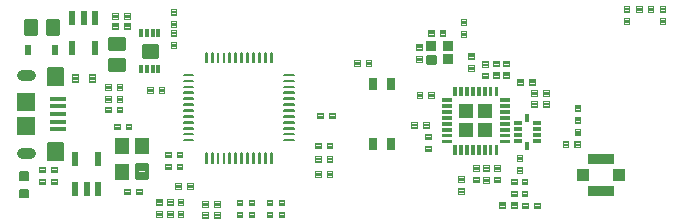
<source format=gtp>
G75*
%MOIN*%
%OFA0B0*%
%FSLAX24Y24*%
%IPPOS*%
%LPD*%
%AMOC8*
5,1,8,0,0,1.08239X$1,22.5*
%
%ADD10C,0.0047*%
%ADD11R,0.0374X0.0335*%
%ADD12C,0.0100*%
%ADD13C,0.0022*%
%ADD14R,0.0512X0.0512*%
%ADD15C,0.0074*%
%ADD16R,0.0470X0.0550*%
%ADD17C,0.0141*%
%ADD18R,0.0217X0.0472*%
%ADD19R,0.0248X0.0327*%
%ADD20C,0.0091*%
%ADD21R,0.0315X0.0118*%
%ADD22R,0.0118X0.0315*%
%ADD23C,0.0063*%
%ADD24R,0.0866X0.0335*%
%ADD25R,0.0413X0.0394*%
%ADD26R,0.0276X0.0394*%
%ADD27C,0.0107*%
%ADD28R,0.0118X0.0295*%
%ADD29R,0.0531X0.0157*%
%ADD30R,0.0610X0.0591*%
%ADD31C,0.0354*%
%ADD32C,0.0055*%
D10*
X009974Y005672D02*
X010164Y005672D01*
X009974Y005672D02*
X009974Y005862D01*
X010164Y005862D01*
X010164Y005672D01*
X010164Y005718D02*
X009974Y005718D01*
X009974Y005764D02*
X010164Y005764D01*
X010164Y005810D02*
X009974Y005810D01*
X009974Y005856D02*
X010164Y005856D01*
X010368Y005672D02*
X010558Y005672D01*
X010368Y005672D02*
X010368Y005862D01*
X010558Y005862D01*
X010558Y005672D01*
X010558Y005718D02*
X010368Y005718D01*
X010368Y005764D02*
X010558Y005764D01*
X010558Y005810D02*
X010368Y005810D01*
X010368Y005856D02*
X010558Y005856D01*
X010555Y006261D02*
X010365Y006261D01*
X010555Y006261D02*
X010555Y006071D01*
X010365Y006071D01*
X010365Y006261D01*
X010365Y006117D02*
X010555Y006117D01*
X010555Y006163D02*
X010365Y006163D01*
X010365Y006209D02*
X010555Y006209D01*
X010555Y006255D02*
X010365Y006255D01*
X010162Y006261D02*
X009972Y006261D01*
X010162Y006261D02*
X010162Y006071D01*
X009972Y006071D01*
X009972Y006261D01*
X009972Y006117D02*
X010162Y006117D01*
X010162Y006163D02*
X009972Y006163D01*
X009972Y006209D02*
X010162Y006209D01*
X010162Y006255D02*
X009972Y006255D01*
X012457Y007506D02*
X012647Y007506D01*
X012457Y007506D02*
X012457Y007696D01*
X012647Y007696D01*
X012647Y007506D01*
X012647Y007552D02*
X012457Y007552D01*
X012457Y007598D02*
X012647Y007598D01*
X012647Y007644D02*
X012457Y007644D01*
X012457Y007690D02*
X012647Y007690D01*
X012850Y007506D02*
X013040Y007506D01*
X012850Y007506D02*
X012850Y007696D01*
X013040Y007696D01*
X013040Y007506D01*
X013040Y007552D02*
X012850Y007552D01*
X012850Y007598D02*
X013040Y007598D01*
X013040Y007644D02*
X012850Y007644D01*
X012850Y007690D02*
X013040Y007690D01*
X012737Y008070D02*
X012547Y008070D01*
X012547Y008260D01*
X012737Y008260D01*
X012737Y008070D01*
X012737Y008116D02*
X012547Y008116D01*
X012547Y008162D02*
X012737Y008162D01*
X012737Y008208D02*
X012547Y008208D01*
X012547Y008254D02*
X012737Y008254D01*
X012737Y008420D02*
X012547Y008420D01*
X012547Y008610D01*
X012737Y008610D01*
X012737Y008420D01*
X012737Y008466D02*
X012547Y008466D01*
X012547Y008512D02*
X012737Y008512D01*
X012737Y008558D02*
X012547Y008558D01*
X012547Y008604D02*
X012737Y008604D01*
X012343Y008420D02*
X012153Y008420D01*
X012153Y008610D01*
X012343Y008610D01*
X012343Y008420D01*
X012343Y008466D02*
X012153Y008466D01*
X012153Y008512D02*
X012343Y008512D01*
X012343Y008558D02*
X012153Y008558D01*
X012153Y008604D02*
X012343Y008604D01*
X012343Y008070D02*
X012153Y008070D01*
X012153Y008260D01*
X012343Y008260D01*
X012343Y008070D01*
X012343Y008116D02*
X012153Y008116D01*
X012153Y008162D02*
X012343Y008162D01*
X012343Y008208D02*
X012153Y008208D01*
X012153Y008254D02*
X012343Y008254D01*
X013553Y008910D02*
X013743Y008910D01*
X013743Y008720D01*
X013553Y008720D01*
X013553Y008910D01*
X013553Y008766D02*
X013743Y008766D01*
X013743Y008812D02*
X013553Y008812D01*
X013553Y008858D02*
X013743Y008858D01*
X013743Y008904D02*
X013553Y008904D01*
X013947Y008910D02*
X014137Y008910D01*
X014137Y008720D01*
X013947Y008720D01*
X013947Y008910D01*
X013947Y008766D02*
X014137Y008766D01*
X014137Y008812D02*
X013947Y008812D01*
X013947Y008858D02*
X014137Y008858D01*
X014137Y008904D02*
X013947Y008904D01*
X012737Y009010D02*
X012547Y009010D01*
X012737Y009010D02*
X012737Y008820D01*
X012547Y008820D01*
X012547Y009010D01*
X012547Y008866D02*
X012737Y008866D01*
X012737Y008912D02*
X012547Y008912D01*
X012547Y008958D02*
X012737Y008958D01*
X012737Y009004D02*
X012547Y009004D01*
X012343Y009010D02*
X012153Y009010D01*
X012343Y009010D02*
X012343Y008820D01*
X012153Y008820D01*
X012153Y009010D01*
X012153Y008866D02*
X012343Y008866D01*
X012343Y008912D02*
X012153Y008912D01*
X012153Y008958D02*
X012343Y008958D01*
X012343Y009004D02*
X012153Y009004D01*
X011831Y009349D02*
X011641Y009349D01*
X011831Y009349D02*
X011831Y009081D01*
X011641Y009081D01*
X011641Y009349D01*
X011641Y009127D02*
X011831Y009127D01*
X011831Y009173D02*
X011641Y009173D01*
X011641Y009219D02*
X011831Y009219D01*
X011831Y009265D02*
X011641Y009265D01*
X011641Y009311D02*
X011831Y009311D01*
X011248Y009349D02*
X011058Y009349D01*
X011248Y009349D02*
X011248Y009081D01*
X011058Y009081D01*
X011058Y009349D01*
X011058Y009127D02*
X011248Y009127D01*
X011248Y009173D02*
X011058Y009173D01*
X011058Y009219D02*
X011248Y009219D01*
X011248Y009265D02*
X011058Y009265D01*
X011058Y009311D02*
X011248Y009311D01*
X014350Y010223D02*
X014350Y010413D01*
X014540Y010413D01*
X014540Y010223D01*
X014350Y010223D01*
X014350Y010269D02*
X014540Y010269D01*
X014540Y010315D02*
X014350Y010315D01*
X014350Y010361D02*
X014540Y010361D01*
X014540Y010407D02*
X014350Y010407D01*
X014350Y010617D02*
X014350Y010807D01*
X014540Y010807D01*
X014540Y010617D01*
X014350Y010617D01*
X014350Y010663D02*
X014540Y010663D01*
X014540Y010709D02*
X014350Y010709D01*
X014350Y010755D02*
X014540Y010755D01*
X014540Y010801D02*
X014350Y010801D01*
X014350Y010923D02*
X014350Y011113D01*
X014540Y011113D01*
X014540Y010923D01*
X014350Y010923D01*
X014350Y010969D02*
X014540Y010969D01*
X014540Y011015D02*
X014350Y011015D01*
X014350Y011061D02*
X014540Y011061D01*
X014540Y011107D02*
X014350Y011107D01*
X014350Y011317D02*
X014350Y011507D01*
X014540Y011507D01*
X014540Y011317D01*
X014350Y011317D01*
X014350Y011363D02*
X014540Y011363D01*
X014540Y011409D02*
X014350Y011409D01*
X014350Y011455D02*
X014540Y011455D01*
X014540Y011501D02*
X014350Y011501D01*
X012977Y011193D02*
X012787Y011193D01*
X012787Y011383D01*
X012977Y011383D01*
X012977Y011193D01*
X012977Y011239D02*
X012787Y011239D01*
X012787Y011285D02*
X012977Y011285D01*
X012977Y011331D02*
X012787Y011331D01*
X012787Y011377D02*
X012977Y011377D01*
X012583Y011193D02*
X012393Y011193D01*
X012393Y011383D01*
X012583Y011383D01*
X012583Y011193D01*
X012583Y011239D02*
X012393Y011239D01*
X012393Y011285D02*
X012583Y011285D01*
X012583Y011331D02*
X012393Y011331D01*
X012393Y011377D02*
X012583Y011377D01*
X012583Y010845D02*
X012393Y010845D01*
X012393Y011035D01*
X012583Y011035D01*
X012583Y010845D01*
X012583Y010891D02*
X012393Y010891D01*
X012393Y010937D02*
X012583Y010937D01*
X012583Y010983D02*
X012393Y010983D01*
X012393Y011029D02*
X012583Y011029D01*
X012787Y010845D02*
X012977Y010845D01*
X012787Y010845D02*
X012787Y011035D01*
X012977Y011035D01*
X012977Y010845D01*
X012977Y010891D02*
X012787Y010891D01*
X012787Y010937D02*
X012977Y010937D01*
X012977Y010983D02*
X012787Y010983D01*
X012787Y011029D02*
X012977Y011029D01*
X019234Y007867D02*
X019424Y007867D01*
X019234Y007867D02*
X019234Y008057D01*
X019424Y008057D01*
X019424Y007867D01*
X019424Y007913D02*
X019234Y007913D01*
X019234Y007959D02*
X019424Y007959D01*
X019424Y008005D02*
X019234Y008005D01*
X019234Y008051D02*
X019424Y008051D01*
X019628Y007867D02*
X019818Y007867D01*
X019628Y007867D02*
X019628Y008057D01*
X019818Y008057D01*
X019818Y007867D01*
X019818Y007913D02*
X019628Y007913D01*
X019628Y007959D02*
X019818Y007959D01*
X019818Y008005D02*
X019628Y008005D01*
X019628Y008051D02*
X019818Y008051D01*
X019737Y007060D02*
X019547Y007060D01*
X019737Y007060D02*
X019737Y006870D01*
X019547Y006870D01*
X019547Y007060D01*
X019547Y006916D02*
X019737Y006916D01*
X019737Y006962D02*
X019547Y006962D01*
X019547Y007008D02*
X019737Y007008D01*
X019737Y007054D02*
X019547Y007054D01*
X019343Y007060D02*
X019153Y007060D01*
X019343Y007060D02*
X019343Y006870D01*
X019153Y006870D01*
X019153Y007060D01*
X019153Y006916D02*
X019343Y006916D01*
X019343Y006962D02*
X019153Y006962D01*
X019153Y007008D02*
X019343Y007008D01*
X019343Y007054D02*
X019153Y007054D01*
X019154Y006609D02*
X019344Y006609D01*
X019344Y006419D01*
X019154Y006419D01*
X019154Y006609D01*
X019154Y006465D02*
X019344Y006465D01*
X019344Y006511D02*
X019154Y006511D01*
X019154Y006557D02*
X019344Y006557D01*
X019344Y006603D02*
X019154Y006603D01*
X019548Y006609D02*
X019738Y006609D01*
X019738Y006419D01*
X019548Y006419D01*
X019548Y006609D01*
X019548Y006465D02*
X019738Y006465D01*
X019738Y006511D02*
X019548Y006511D01*
X019548Y006557D02*
X019738Y006557D01*
X019738Y006603D02*
X019548Y006603D01*
X019547Y006110D02*
X019737Y006110D01*
X019737Y005920D01*
X019547Y005920D01*
X019547Y006110D01*
X019547Y005966D02*
X019737Y005966D01*
X019737Y006012D02*
X019547Y006012D01*
X019547Y006058D02*
X019737Y006058D01*
X019737Y006104D02*
X019547Y006104D01*
X019343Y006110D02*
X019153Y006110D01*
X019343Y006110D02*
X019343Y005920D01*
X019153Y005920D01*
X019153Y006110D01*
X019153Y005966D02*
X019343Y005966D01*
X019343Y006012D02*
X019153Y006012D01*
X019153Y006058D02*
X019343Y006058D01*
X019343Y006104D02*
X019153Y006104D01*
X017950Y005157D02*
X017950Y004967D01*
X017950Y005157D02*
X018140Y005157D01*
X018140Y004967D01*
X017950Y004967D01*
X017950Y005013D02*
X018140Y005013D01*
X018140Y005059D02*
X017950Y005059D01*
X017950Y005105D02*
X018140Y005105D01*
X018140Y005151D02*
X017950Y005151D01*
X017550Y005157D02*
X017550Y004967D01*
X017550Y005157D02*
X017740Y005157D01*
X017740Y004967D01*
X017550Y004967D01*
X017550Y005013D02*
X017740Y005013D01*
X017740Y005059D02*
X017550Y005059D01*
X017550Y005105D02*
X017740Y005105D01*
X017740Y005151D02*
X017550Y005151D01*
X017140Y005157D02*
X017140Y004967D01*
X016950Y004967D01*
X016950Y005157D01*
X017140Y005157D01*
X017140Y005013D02*
X016950Y005013D01*
X016950Y005059D02*
X017140Y005059D01*
X017140Y005105D02*
X016950Y005105D01*
X016950Y005151D02*
X017140Y005151D01*
X016550Y005157D02*
X016550Y004967D01*
X016550Y005157D02*
X016740Y005157D01*
X016740Y004967D01*
X016550Y004967D01*
X016550Y005013D02*
X016740Y005013D01*
X016740Y005059D02*
X016550Y005059D01*
X016550Y005105D02*
X016740Y005105D01*
X016740Y005151D02*
X016550Y005151D01*
X016550Y004763D02*
X016550Y004573D01*
X016550Y004763D02*
X016740Y004763D01*
X016740Y004573D01*
X016550Y004573D01*
X016550Y004619D02*
X016740Y004619D01*
X016740Y004665D02*
X016550Y004665D01*
X016550Y004711D02*
X016740Y004711D01*
X016740Y004757D02*
X016550Y004757D01*
X017140Y004763D02*
X017140Y004573D01*
X016950Y004573D01*
X016950Y004763D01*
X017140Y004763D01*
X017140Y004619D02*
X016950Y004619D01*
X016950Y004665D02*
X017140Y004665D01*
X017140Y004711D02*
X016950Y004711D01*
X016950Y004757D02*
X017140Y004757D01*
X017550Y004763D02*
X017550Y004573D01*
X017550Y004763D02*
X017740Y004763D01*
X017740Y004573D01*
X017550Y004573D01*
X017550Y004619D02*
X017740Y004619D01*
X017740Y004665D02*
X017550Y004665D01*
X017550Y004711D02*
X017740Y004711D01*
X017740Y004757D02*
X017550Y004757D01*
X017950Y004763D02*
X017950Y004573D01*
X017950Y004763D02*
X018140Y004763D01*
X018140Y004573D01*
X017950Y004573D01*
X017950Y004619D02*
X018140Y004619D01*
X018140Y004665D02*
X017950Y004665D01*
X017950Y004711D02*
X018140Y004711D01*
X018140Y004757D02*
X017950Y004757D01*
X015987Y004740D02*
X015797Y004740D01*
X015987Y004740D02*
X015987Y004550D01*
X015797Y004550D01*
X015797Y004740D01*
X015797Y004596D02*
X015987Y004596D01*
X015987Y004642D02*
X015797Y004642D01*
X015797Y004688D02*
X015987Y004688D01*
X015987Y004734D02*
X015797Y004734D01*
X015797Y004920D02*
X015987Y004920D01*
X015797Y004920D02*
X015797Y005110D01*
X015987Y005110D01*
X015987Y004920D01*
X015987Y004966D02*
X015797Y004966D01*
X015797Y005012D02*
X015987Y005012D01*
X015987Y005058D02*
X015797Y005058D01*
X015797Y005104D02*
X015987Y005104D01*
X015593Y004920D02*
X015403Y004920D01*
X015403Y005110D01*
X015593Y005110D01*
X015593Y004920D01*
X015593Y004966D02*
X015403Y004966D01*
X015403Y005012D02*
X015593Y005012D01*
X015593Y005058D02*
X015403Y005058D01*
X015403Y005104D02*
X015593Y005104D01*
X015593Y004740D02*
X015403Y004740D01*
X015593Y004740D02*
X015593Y004550D01*
X015403Y004550D01*
X015403Y004740D01*
X015403Y004596D02*
X015593Y004596D01*
X015593Y004642D02*
X015403Y004642D01*
X015403Y004688D02*
X015593Y004688D01*
X015593Y004734D02*
X015403Y004734D01*
X014771Y004783D02*
X014771Y004593D01*
X014581Y004593D01*
X014581Y004783D01*
X014771Y004783D01*
X014771Y004639D02*
X014581Y004639D01*
X014581Y004685D02*
X014771Y004685D01*
X014771Y004731D02*
X014581Y004731D01*
X014581Y004777D02*
X014771Y004777D01*
X014771Y004987D02*
X014771Y005177D01*
X014771Y004987D02*
X014581Y004987D01*
X014581Y005177D01*
X014771Y005177D01*
X014771Y005033D02*
X014581Y005033D01*
X014581Y005079D02*
X014771Y005079D01*
X014771Y005125D02*
X014581Y005125D01*
X014581Y005171D02*
X014771Y005171D01*
X014225Y005174D02*
X014225Y004984D01*
X014225Y005174D02*
X014415Y005174D01*
X014415Y004984D01*
X014225Y004984D01*
X014225Y005030D02*
X014415Y005030D01*
X014415Y005076D02*
X014225Y005076D01*
X014225Y005122D02*
X014415Y005122D01*
X014415Y005168D02*
X014225Y005168D01*
X013859Y005171D02*
X013859Y004981D01*
X013859Y005171D02*
X014049Y005171D01*
X014049Y004981D01*
X013859Y004981D01*
X013859Y005027D02*
X014049Y005027D01*
X014049Y005073D02*
X013859Y005073D01*
X013859Y005119D02*
X014049Y005119D01*
X014049Y005165D02*
X013859Y005165D01*
X014225Y004780D02*
X014225Y004590D01*
X014225Y004780D02*
X014415Y004780D01*
X014415Y004590D01*
X014225Y004590D01*
X014225Y004636D02*
X014415Y004636D01*
X014415Y004682D02*
X014225Y004682D01*
X014225Y004728D02*
X014415Y004728D01*
X014415Y004774D02*
X014225Y004774D01*
X013859Y004777D02*
X013859Y004587D01*
X013859Y004777D02*
X014049Y004777D01*
X014049Y004587D01*
X013859Y004587D01*
X013859Y004633D02*
X014049Y004633D01*
X014049Y004679D02*
X013859Y004679D01*
X013859Y004725D02*
X014049Y004725D01*
X014049Y004771D02*
X013859Y004771D01*
X013386Y005337D02*
X013196Y005337D01*
X013196Y005527D01*
X013386Y005527D01*
X013386Y005337D01*
X013386Y005383D02*
X013196Y005383D01*
X013196Y005429D02*
X013386Y005429D01*
X013386Y005475D02*
X013196Y005475D01*
X013196Y005521D02*
X013386Y005521D01*
X012992Y005337D02*
X012802Y005337D01*
X012802Y005527D01*
X012992Y005527D01*
X012992Y005337D01*
X012992Y005383D02*
X012802Y005383D01*
X012802Y005429D02*
X012992Y005429D01*
X012992Y005475D02*
X012802Y005475D01*
X012802Y005521D02*
X012992Y005521D01*
X014157Y006173D02*
X014157Y006363D01*
X014347Y006363D01*
X014347Y006173D01*
X014157Y006173D01*
X014157Y006219D02*
X014347Y006219D01*
X014347Y006265D02*
X014157Y006265D01*
X014157Y006311D02*
X014347Y006311D01*
X014347Y006357D02*
X014157Y006357D01*
X014550Y006363D02*
X014550Y006173D01*
X014550Y006363D02*
X014740Y006363D01*
X014740Y006173D01*
X014550Y006173D01*
X014550Y006219D02*
X014740Y006219D01*
X014740Y006265D02*
X014550Y006265D01*
X014550Y006311D02*
X014740Y006311D01*
X014740Y006357D02*
X014550Y006357D01*
X014550Y006567D02*
X014550Y006757D01*
X014740Y006757D01*
X014740Y006567D01*
X014550Y006567D01*
X014550Y006613D02*
X014740Y006613D01*
X014740Y006659D02*
X014550Y006659D01*
X014550Y006705D02*
X014740Y006705D01*
X014740Y006751D02*
X014550Y006751D01*
X014157Y006757D02*
X014157Y006567D01*
X014157Y006757D02*
X014347Y006757D01*
X014347Y006567D01*
X014157Y006567D01*
X014157Y006613D02*
X014347Y006613D01*
X014347Y006659D02*
X014157Y006659D01*
X014157Y006705D02*
X014347Y006705D01*
X014347Y006751D02*
X014157Y006751D01*
X014503Y005520D02*
X014693Y005520D01*
X014503Y005520D02*
X014503Y005710D01*
X014693Y005710D01*
X014693Y005520D01*
X014693Y005566D02*
X014503Y005566D01*
X014503Y005612D02*
X014693Y005612D01*
X014693Y005658D02*
X014503Y005658D01*
X014503Y005704D02*
X014693Y005704D01*
X014897Y005520D02*
X015087Y005520D01*
X014897Y005520D02*
X014897Y005710D01*
X015087Y005710D01*
X015087Y005520D01*
X015087Y005566D02*
X014897Y005566D01*
X014897Y005612D02*
X015087Y005612D01*
X015087Y005658D02*
X014897Y005658D01*
X014897Y005704D02*
X015087Y005704D01*
X022364Y007741D02*
X022554Y007741D01*
X022554Y007551D01*
X022364Y007551D01*
X022364Y007741D01*
X022364Y007597D02*
X022554Y007597D01*
X022554Y007643D02*
X022364Y007643D01*
X022364Y007689D02*
X022554Y007689D01*
X022554Y007735D02*
X022364Y007735D01*
X022757Y007741D02*
X022947Y007741D01*
X022947Y007551D01*
X022757Y007551D01*
X022757Y007741D01*
X022757Y007597D02*
X022947Y007597D01*
X022947Y007643D02*
X022757Y007643D01*
X022757Y007689D02*
X022947Y007689D01*
X022947Y007735D02*
X022757Y007735D01*
X022820Y007357D02*
X022820Y007167D01*
X022820Y007357D02*
X023010Y007357D01*
X023010Y007167D01*
X022820Y007167D01*
X022820Y007213D02*
X023010Y007213D01*
X023010Y007259D02*
X022820Y007259D01*
X022820Y007305D02*
X023010Y007305D01*
X023010Y007351D02*
X022820Y007351D01*
X022820Y006963D02*
X022820Y006773D01*
X022820Y006963D02*
X023010Y006963D01*
X023010Y006773D01*
X022820Y006773D01*
X022820Y006819D02*
X023010Y006819D01*
X023010Y006865D02*
X022820Y006865D01*
X022820Y006911D02*
X023010Y006911D01*
X023010Y006957D02*
X022820Y006957D01*
X024430Y006317D02*
X024430Y006127D01*
X024430Y006317D02*
X024620Y006317D01*
X024620Y006127D01*
X024430Y006127D01*
X024430Y006173D02*
X024620Y006173D01*
X024620Y006219D02*
X024430Y006219D01*
X024430Y006265D02*
X024620Y006265D01*
X024620Y006311D02*
X024430Y006311D01*
X024960Y006307D02*
X024960Y006117D01*
X024770Y006117D01*
X024770Y006307D01*
X024960Y006307D01*
X024960Y006163D02*
X024770Y006163D01*
X024770Y006209D02*
X024960Y006209D01*
X024960Y006255D02*
X024770Y006255D01*
X024770Y006301D02*
X024960Y006301D01*
X025130Y006317D02*
X025130Y006127D01*
X025130Y006317D02*
X025320Y006317D01*
X025320Y006127D01*
X025130Y006127D01*
X025130Y006173D02*
X025320Y006173D01*
X025320Y006219D02*
X025130Y006219D01*
X025130Y006265D02*
X025320Y006265D01*
X025320Y006311D02*
X025130Y006311D01*
X025130Y005923D02*
X025130Y005733D01*
X025130Y005923D02*
X025320Y005923D01*
X025320Y005733D01*
X025130Y005733D01*
X025130Y005779D02*
X025320Y005779D01*
X025320Y005825D02*
X025130Y005825D01*
X025130Y005871D02*
X025320Y005871D01*
X025320Y005917D02*
X025130Y005917D01*
X024960Y005913D02*
X024960Y005723D01*
X024770Y005723D01*
X024770Y005913D01*
X024960Y005913D01*
X024960Y005769D02*
X024770Y005769D01*
X024770Y005815D02*
X024960Y005815D01*
X024960Y005861D02*
X024770Y005861D01*
X024770Y005907D02*
X024960Y005907D01*
X024430Y005923D02*
X024430Y005733D01*
X024430Y005923D02*
X024620Y005923D01*
X024620Y005733D01*
X024430Y005733D01*
X024430Y005779D02*
X024620Y005779D01*
X024620Y005825D02*
X024430Y005825D01*
X024430Y005871D02*
X024620Y005871D01*
X024620Y005917D02*
X024430Y005917D01*
X023920Y005947D02*
X023920Y005757D01*
X023920Y005947D02*
X024110Y005947D01*
X024110Y005757D01*
X023920Y005757D01*
X023920Y005803D02*
X024110Y005803D01*
X024110Y005849D02*
X023920Y005849D01*
X023920Y005895D02*
X024110Y005895D01*
X024110Y005941D02*
X023920Y005941D01*
X023920Y005553D02*
X023920Y005363D01*
X023920Y005553D02*
X024110Y005553D01*
X024110Y005363D01*
X023920Y005363D01*
X023920Y005409D02*
X024110Y005409D01*
X024110Y005455D02*
X023920Y005455D01*
X023920Y005501D02*
X024110Y005501D01*
X024110Y005547D02*
X023920Y005547D01*
X025293Y005070D02*
X025483Y005070D01*
X025483Y004880D01*
X025293Y004880D01*
X025293Y005070D01*
X025293Y004926D02*
X025483Y004926D01*
X025483Y004972D02*
X025293Y004972D01*
X025293Y005018D02*
X025483Y005018D01*
X025483Y005064D02*
X025293Y005064D01*
X025687Y005070D02*
X025877Y005070D01*
X025877Y004880D01*
X025687Y004880D01*
X025687Y005070D01*
X025687Y004926D02*
X025877Y004926D01*
X025877Y004972D02*
X025687Y004972D01*
X025687Y005018D02*
X025877Y005018D01*
X025877Y005064D02*
X025687Y005064D01*
X025880Y005273D02*
X025880Y005463D01*
X025880Y005273D02*
X025690Y005273D01*
X025690Y005463D01*
X025880Y005463D01*
X025880Y005319D02*
X025690Y005319D01*
X025690Y005365D02*
X025880Y005365D01*
X025880Y005411D02*
X025690Y005411D01*
X025690Y005457D02*
X025880Y005457D01*
X026050Y005463D02*
X026050Y005273D01*
X026050Y005463D02*
X026240Y005463D01*
X026240Y005273D01*
X026050Y005273D01*
X026050Y005319D02*
X026240Y005319D01*
X026240Y005365D02*
X026050Y005365D01*
X026050Y005411D02*
X026240Y005411D01*
X026240Y005457D02*
X026050Y005457D01*
X026050Y005667D02*
X026050Y005857D01*
X026240Y005857D01*
X026240Y005667D01*
X026050Y005667D01*
X026050Y005713D02*
X026240Y005713D01*
X026240Y005759D02*
X026050Y005759D01*
X026050Y005805D02*
X026240Y005805D01*
X026240Y005851D02*
X026050Y005851D01*
X025880Y005857D02*
X025880Y005667D01*
X025690Y005667D01*
X025690Y005857D01*
X025880Y005857D01*
X025880Y005713D02*
X025690Y005713D01*
X025690Y005759D02*
X025880Y005759D01*
X025880Y005805D02*
X025690Y005805D01*
X025690Y005851D02*
X025880Y005851D01*
X025880Y006063D02*
X025880Y006253D01*
X026070Y006253D01*
X026070Y006063D01*
X025880Y006063D01*
X025880Y006109D02*
X026070Y006109D01*
X026070Y006155D02*
X025880Y006155D01*
X025880Y006201D02*
X026070Y006201D01*
X026070Y006247D02*
X025880Y006247D01*
X025880Y006457D02*
X025880Y006647D01*
X026070Y006647D01*
X026070Y006457D01*
X025880Y006457D01*
X025880Y006503D02*
X026070Y006503D01*
X026070Y006549D02*
X025880Y006549D01*
X025880Y006595D02*
X026070Y006595D01*
X026070Y006641D02*
X025880Y006641D01*
X027415Y006930D02*
X027605Y006930D01*
X027415Y006930D02*
X027415Y007120D01*
X027605Y007120D01*
X027605Y006930D01*
X027605Y006976D02*
X027415Y006976D01*
X027415Y007022D02*
X027605Y007022D01*
X027605Y007068D02*
X027415Y007068D01*
X027415Y007114D02*
X027605Y007114D01*
X027809Y006930D02*
X027999Y006930D01*
X027809Y006930D02*
X027809Y007120D01*
X027999Y007120D01*
X027999Y006930D01*
X027999Y006976D02*
X027809Y006976D01*
X027809Y007022D02*
X027999Y007022D01*
X027999Y007068D02*
X027809Y007068D01*
X027809Y007114D02*
X027999Y007114D01*
X027810Y007120D02*
X027810Y006930D01*
X027810Y007120D02*
X028000Y007120D01*
X028000Y006930D01*
X027810Y006930D01*
X027810Y006976D02*
X028000Y006976D01*
X028000Y007022D02*
X027810Y007022D01*
X027810Y007068D02*
X028000Y007068D01*
X028000Y007114D02*
X027810Y007114D01*
X028000Y007318D02*
X028000Y007508D01*
X028000Y007318D02*
X027810Y007318D01*
X027810Y007508D01*
X028000Y007508D01*
X028000Y007364D02*
X027810Y007364D01*
X027810Y007410D02*
X028000Y007410D01*
X028000Y007456D02*
X027810Y007456D01*
X027810Y007502D02*
X028000Y007502D01*
X027810Y007514D02*
X027810Y007324D01*
X027810Y007514D02*
X028000Y007514D01*
X028000Y007324D01*
X027810Y007324D01*
X027810Y007370D02*
X028000Y007370D01*
X028000Y007416D02*
X027810Y007416D01*
X027810Y007462D02*
X028000Y007462D01*
X028000Y007508D02*
X027810Y007508D01*
X028000Y007711D02*
X028000Y007901D01*
X028000Y007711D02*
X027810Y007711D01*
X027810Y007901D01*
X028000Y007901D01*
X028000Y007757D02*
X027810Y007757D01*
X027810Y007803D02*
X028000Y007803D01*
X028000Y007849D02*
X027810Y007849D01*
X027810Y007895D02*
X028000Y007895D01*
X027811Y007907D02*
X027811Y007717D01*
X027811Y007907D02*
X028001Y007907D01*
X028001Y007717D01*
X027811Y007717D01*
X027811Y007763D02*
X028001Y007763D01*
X028001Y007809D02*
X027811Y007809D01*
X027811Y007855D02*
X028001Y007855D01*
X028001Y007901D02*
X027811Y007901D01*
X027811Y008111D02*
X027811Y008301D01*
X028001Y008301D01*
X028001Y008111D01*
X027811Y008111D01*
X027811Y008157D02*
X028001Y008157D01*
X028001Y008203D02*
X027811Y008203D01*
X027811Y008249D02*
X028001Y008249D01*
X028001Y008295D02*
X027811Y008295D01*
X026957Y008250D02*
X026767Y008250D01*
X026767Y008440D01*
X026957Y008440D01*
X026957Y008250D01*
X026957Y008296D02*
X026767Y008296D01*
X026767Y008342D02*
X026957Y008342D01*
X026957Y008388D02*
X026767Y008388D01*
X026767Y008434D02*
X026957Y008434D01*
X026957Y008620D02*
X026767Y008620D01*
X026767Y008810D01*
X026957Y008810D01*
X026957Y008620D01*
X026957Y008666D02*
X026767Y008666D01*
X026767Y008712D02*
X026957Y008712D01*
X026957Y008758D02*
X026767Y008758D01*
X026767Y008804D02*
X026957Y008804D01*
X026563Y008620D02*
X026373Y008620D01*
X026373Y008810D01*
X026563Y008810D01*
X026563Y008620D01*
X026563Y008666D02*
X026373Y008666D01*
X026373Y008712D02*
X026563Y008712D01*
X026563Y008758D02*
X026373Y008758D01*
X026373Y008804D02*
X026563Y008804D01*
X026477Y008980D02*
X026287Y008980D01*
X026287Y009170D01*
X026477Y009170D01*
X026477Y008980D01*
X026477Y009026D02*
X026287Y009026D01*
X026287Y009072D02*
X026477Y009072D01*
X026477Y009118D02*
X026287Y009118D01*
X026287Y009164D02*
X026477Y009164D01*
X026083Y008980D02*
X025893Y008980D01*
X025893Y009170D01*
X026083Y009170D01*
X026083Y008980D01*
X026083Y009026D02*
X025893Y009026D01*
X025893Y009072D02*
X026083Y009072D01*
X026083Y009118D02*
X025893Y009118D01*
X025893Y009164D02*
X026083Y009164D01*
X025630Y009213D02*
X025630Y009403D01*
X025630Y009213D02*
X025440Y009213D01*
X025440Y009403D01*
X025630Y009403D01*
X025630Y009259D02*
X025440Y009259D01*
X025440Y009305D02*
X025630Y009305D01*
X025630Y009351D02*
X025440Y009351D01*
X025440Y009397D02*
X025630Y009397D01*
X025630Y009607D02*
X025630Y009797D01*
X025630Y009607D02*
X025440Y009607D01*
X025440Y009797D01*
X025630Y009797D01*
X025630Y009653D02*
X025440Y009653D01*
X025440Y009699D02*
X025630Y009699D01*
X025630Y009745D02*
X025440Y009745D01*
X025440Y009791D02*
X025630Y009791D01*
X025290Y009797D02*
X025290Y009607D01*
X025100Y009607D01*
X025100Y009797D01*
X025290Y009797D01*
X025290Y009653D02*
X025100Y009653D01*
X025100Y009699D02*
X025290Y009699D01*
X025290Y009745D02*
X025100Y009745D01*
X025100Y009791D02*
X025290Y009791D01*
X024930Y009787D02*
X024930Y009597D01*
X024740Y009597D01*
X024740Y009787D01*
X024930Y009787D01*
X024930Y009643D02*
X024740Y009643D01*
X024740Y009689D02*
X024930Y009689D01*
X024930Y009735D02*
X024740Y009735D01*
X024740Y009781D02*
X024930Y009781D01*
X024450Y009847D02*
X024450Y010037D01*
X024450Y009847D02*
X024260Y009847D01*
X024260Y010037D01*
X024450Y010037D01*
X024450Y009893D02*
X024260Y009893D01*
X024260Y009939D02*
X024450Y009939D01*
X024450Y009985D02*
X024260Y009985D01*
X024260Y010031D02*
X024450Y010031D01*
X024450Y009643D02*
X024450Y009453D01*
X024260Y009453D01*
X024260Y009643D01*
X024450Y009643D01*
X024450Y009499D02*
X024260Y009499D01*
X024260Y009545D02*
X024450Y009545D01*
X024450Y009591D02*
X024260Y009591D01*
X024260Y009637D02*
X024450Y009637D01*
X024930Y009393D02*
X024930Y009203D01*
X024740Y009203D01*
X024740Y009393D01*
X024930Y009393D01*
X024930Y009249D02*
X024740Y009249D01*
X024740Y009295D02*
X024930Y009295D01*
X024930Y009341D02*
X024740Y009341D01*
X024740Y009387D02*
X024930Y009387D01*
X025290Y009403D02*
X025290Y009213D01*
X025100Y009213D01*
X025100Y009403D01*
X025290Y009403D01*
X025290Y009259D02*
X025100Y009259D01*
X025100Y009305D02*
X025290Y009305D01*
X025290Y009351D02*
X025100Y009351D01*
X025100Y009397D02*
X025290Y009397D01*
X023127Y008750D02*
X022937Y008750D01*
X023127Y008750D02*
X023127Y008560D01*
X022937Y008560D01*
X022937Y008750D01*
X022937Y008606D02*
X023127Y008606D01*
X023127Y008652D02*
X022937Y008652D01*
X022937Y008698D02*
X023127Y008698D01*
X023127Y008744D02*
X022937Y008744D01*
X022733Y008750D02*
X022543Y008750D01*
X022733Y008750D02*
X022733Y008560D01*
X022543Y008560D01*
X022543Y008750D01*
X022543Y008606D02*
X022733Y008606D01*
X022733Y008652D02*
X022543Y008652D01*
X022543Y008698D02*
X022733Y008698D01*
X022733Y008744D02*
X022543Y008744D01*
X022720Y009753D02*
X022720Y009943D01*
X022720Y009753D02*
X022530Y009753D01*
X022530Y009943D01*
X022720Y009943D01*
X022720Y009799D02*
X022530Y009799D01*
X022530Y009845D02*
X022720Y009845D01*
X022720Y009891D02*
X022530Y009891D01*
X022530Y009937D02*
X022720Y009937D01*
X022720Y010147D02*
X022720Y010337D01*
X022720Y010147D02*
X022530Y010147D01*
X022530Y010337D01*
X022720Y010337D01*
X022720Y010193D02*
X022530Y010193D01*
X022530Y010239D02*
X022720Y010239D01*
X022720Y010285D02*
X022530Y010285D01*
X022530Y010331D02*
X022720Y010331D01*
X022923Y010800D02*
X023113Y010800D01*
X023113Y010610D01*
X022923Y010610D01*
X022923Y010800D01*
X022923Y010656D02*
X023113Y010656D01*
X023113Y010702D02*
X022923Y010702D01*
X022923Y010748D02*
X023113Y010748D01*
X023113Y010794D02*
X022923Y010794D01*
X023317Y010800D02*
X023507Y010800D01*
X023507Y010610D01*
X023317Y010610D01*
X023317Y010800D01*
X023317Y010656D02*
X023507Y010656D01*
X023507Y010702D02*
X023317Y010702D01*
X023317Y010748D02*
X023507Y010748D01*
X023507Y010794D02*
X023317Y010794D01*
X024200Y010783D02*
X024200Y010593D01*
X024010Y010593D01*
X024010Y010783D01*
X024200Y010783D01*
X024200Y010639D02*
X024010Y010639D01*
X024010Y010685D02*
X024200Y010685D01*
X024200Y010731D02*
X024010Y010731D01*
X024010Y010777D02*
X024200Y010777D01*
X024200Y010987D02*
X024200Y011177D01*
X024200Y010987D02*
X024010Y010987D01*
X024010Y011177D01*
X024200Y011177D01*
X024200Y011033D02*
X024010Y011033D01*
X024010Y011079D02*
X024200Y011079D01*
X024200Y011125D02*
X024010Y011125D01*
X024010Y011171D02*
X024200Y011171D01*
X021037Y009810D02*
X020847Y009810D01*
X021037Y009810D02*
X021037Y009620D01*
X020847Y009620D01*
X020847Y009810D01*
X020847Y009666D02*
X021037Y009666D01*
X021037Y009712D02*
X020847Y009712D01*
X020847Y009758D02*
X021037Y009758D01*
X021037Y009804D02*
X020847Y009804D01*
X020643Y009810D02*
X020453Y009810D01*
X020643Y009810D02*
X020643Y009620D01*
X020453Y009620D01*
X020453Y009810D01*
X020453Y009666D02*
X020643Y009666D01*
X020643Y009712D02*
X020453Y009712D01*
X020453Y009758D02*
X020643Y009758D01*
X020643Y009804D02*
X020453Y009804D01*
X026373Y008250D02*
X026563Y008250D01*
X026373Y008250D02*
X026373Y008440D01*
X026563Y008440D01*
X026563Y008250D01*
X026563Y008296D02*
X026373Y008296D01*
X026373Y008342D02*
X026563Y008342D01*
X026563Y008388D02*
X026373Y008388D01*
X026373Y008434D02*
X026563Y008434D01*
X029640Y011023D02*
X029640Y011213D01*
X029640Y011023D02*
X029450Y011023D01*
X029450Y011213D01*
X029640Y011213D01*
X029640Y011069D02*
X029450Y011069D01*
X029450Y011115D02*
X029640Y011115D01*
X029640Y011161D02*
X029450Y011161D01*
X029450Y011207D02*
X029640Y011207D01*
X029640Y011417D02*
X029640Y011607D01*
X029640Y011417D02*
X029450Y011417D01*
X029450Y011607D01*
X029640Y011607D01*
X029640Y011463D02*
X029450Y011463D01*
X029450Y011509D02*
X029640Y011509D01*
X029640Y011555D02*
X029450Y011555D01*
X029450Y011601D02*
X029640Y011601D01*
X029853Y011420D02*
X030043Y011420D01*
X029853Y011420D02*
X029853Y011610D01*
X030043Y011610D01*
X030043Y011420D01*
X030043Y011466D02*
X029853Y011466D01*
X029853Y011512D02*
X030043Y011512D01*
X030043Y011558D02*
X029853Y011558D01*
X029853Y011604D02*
X030043Y011604D01*
X030247Y011420D02*
X030437Y011420D01*
X030247Y011420D02*
X030247Y011610D01*
X030437Y011610D01*
X030437Y011420D01*
X030437Y011466D02*
X030247Y011466D01*
X030247Y011512D02*
X030437Y011512D01*
X030437Y011558D02*
X030247Y011558D01*
X030247Y011604D02*
X030437Y011604D01*
X030650Y011607D02*
X030650Y011417D01*
X030650Y011607D02*
X030840Y011607D01*
X030840Y011417D01*
X030650Y011417D01*
X030650Y011463D02*
X030840Y011463D01*
X030840Y011509D02*
X030650Y011509D01*
X030650Y011555D02*
X030840Y011555D01*
X030840Y011601D02*
X030650Y011601D01*
X030650Y011213D02*
X030650Y011023D01*
X030650Y011213D02*
X030840Y011213D01*
X030840Y011023D01*
X030650Y011023D01*
X030650Y011069D02*
X030840Y011069D01*
X030840Y011115D02*
X030650Y011115D01*
X030650Y011161D02*
X030840Y011161D01*
X030840Y011207D02*
X030650Y011207D01*
X026647Y004870D02*
X026457Y004870D01*
X026457Y005060D01*
X026647Y005060D01*
X026647Y004870D01*
X026647Y004916D02*
X026457Y004916D01*
X026457Y004962D02*
X026647Y004962D01*
X026647Y005008D02*
X026457Y005008D01*
X026457Y005054D02*
X026647Y005054D01*
X026253Y004870D02*
X026063Y004870D01*
X026063Y005060D01*
X026253Y005060D01*
X026253Y004870D01*
X026253Y004916D02*
X026063Y004916D01*
X026063Y004962D02*
X026253Y004962D01*
X026253Y005008D02*
X026063Y005008D01*
X026063Y005054D02*
X026253Y005054D01*
D11*
X023600Y009839D03*
X023600Y010291D03*
X023029Y010291D03*
D12*
X023166Y009722D02*
X022892Y009722D01*
X022892Y009956D01*
X023166Y009956D01*
X023166Y009722D01*
X023166Y009821D02*
X022892Y009821D01*
X022892Y009920D02*
X023166Y009920D01*
D13*
X023771Y008925D02*
X023771Y008633D01*
X023771Y008925D02*
X023861Y008925D01*
X023861Y008633D01*
X023771Y008633D01*
X023771Y008654D02*
X023861Y008654D01*
X023861Y008675D02*
X023771Y008675D01*
X023771Y008696D02*
X023861Y008696D01*
X023861Y008717D02*
X023771Y008717D01*
X023771Y008738D02*
X023861Y008738D01*
X023861Y008759D02*
X023771Y008759D01*
X023771Y008780D02*
X023861Y008780D01*
X023861Y008801D02*
X023771Y008801D01*
X023771Y008822D02*
X023861Y008822D01*
X023861Y008843D02*
X023771Y008843D01*
X023771Y008864D02*
X023861Y008864D01*
X023861Y008885D02*
X023771Y008885D01*
X023771Y008906D02*
X023861Y008906D01*
X023968Y008925D02*
X023968Y008633D01*
X023968Y008925D02*
X024058Y008925D01*
X024058Y008633D01*
X023968Y008633D01*
X023968Y008654D02*
X024058Y008654D01*
X024058Y008675D02*
X023968Y008675D01*
X023968Y008696D02*
X024058Y008696D01*
X024058Y008717D02*
X023968Y008717D01*
X023968Y008738D02*
X024058Y008738D01*
X024058Y008759D02*
X023968Y008759D01*
X023968Y008780D02*
X024058Y008780D01*
X024058Y008801D02*
X023968Y008801D01*
X023968Y008822D02*
X024058Y008822D01*
X024058Y008843D02*
X023968Y008843D01*
X023968Y008864D02*
X024058Y008864D01*
X024058Y008885D02*
X023968Y008885D01*
X023968Y008906D02*
X024058Y008906D01*
X024165Y008925D02*
X024165Y008633D01*
X024165Y008925D02*
X024255Y008925D01*
X024255Y008633D01*
X024165Y008633D01*
X024165Y008654D02*
X024255Y008654D01*
X024255Y008675D02*
X024165Y008675D01*
X024165Y008696D02*
X024255Y008696D01*
X024255Y008717D02*
X024165Y008717D01*
X024165Y008738D02*
X024255Y008738D01*
X024255Y008759D02*
X024165Y008759D01*
X024165Y008780D02*
X024255Y008780D01*
X024255Y008801D02*
X024165Y008801D01*
X024165Y008822D02*
X024255Y008822D01*
X024255Y008843D02*
X024165Y008843D01*
X024165Y008864D02*
X024255Y008864D01*
X024255Y008885D02*
X024165Y008885D01*
X024165Y008906D02*
X024255Y008906D01*
X024361Y008925D02*
X024361Y008633D01*
X024361Y008925D02*
X024451Y008925D01*
X024451Y008633D01*
X024361Y008633D01*
X024361Y008654D02*
X024451Y008654D01*
X024451Y008675D02*
X024361Y008675D01*
X024361Y008696D02*
X024451Y008696D01*
X024451Y008717D02*
X024361Y008717D01*
X024361Y008738D02*
X024451Y008738D01*
X024451Y008759D02*
X024361Y008759D01*
X024361Y008780D02*
X024451Y008780D01*
X024451Y008801D02*
X024361Y008801D01*
X024361Y008822D02*
X024451Y008822D01*
X024451Y008843D02*
X024361Y008843D01*
X024361Y008864D02*
X024451Y008864D01*
X024451Y008885D02*
X024361Y008885D01*
X024361Y008906D02*
X024451Y008906D01*
X024558Y008925D02*
X024558Y008633D01*
X024558Y008925D02*
X024648Y008925D01*
X024648Y008633D01*
X024558Y008633D01*
X024558Y008654D02*
X024648Y008654D01*
X024648Y008675D02*
X024558Y008675D01*
X024558Y008696D02*
X024648Y008696D01*
X024648Y008717D02*
X024558Y008717D01*
X024558Y008738D02*
X024648Y008738D01*
X024648Y008759D02*
X024558Y008759D01*
X024558Y008780D02*
X024648Y008780D01*
X024648Y008801D02*
X024558Y008801D01*
X024558Y008822D02*
X024648Y008822D01*
X024648Y008843D02*
X024558Y008843D01*
X024558Y008864D02*
X024648Y008864D01*
X024648Y008885D02*
X024558Y008885D01*
X024558Y008906D02*
X024648Y008906D01*
X024755Y008925D02*
X024755Y008633D01*
X024755Y008925D02*
X024845Y008925D01*
X024845Y008633D01*
X024755Y008633D01*
X024755Y008654D02*
X024845Y008654D01*
X024845Y008675D02*
X024755Y008675D01*
X024755Y008696D02*
X024845Y008696D01*
X024845Y008717D02*
X024755Y008717D01*
X024755Y008738D02*
X024845Y008738D01*
X024845Y008759D02*
X024755Y008759D01*
X024755Y008780D02*
X024845Y008780D01*
X024845Y008801D02*
X024755Y008801D01*
X024755Y008822D02*
X024845Y008822D01*
X024845Y008843D02*
X024755Y008843D01*
X024755Y008864D02*
X024845Y008864D01*
X024845Y008885D02*
X024755Y008885D01*
X024755Y008906D02*
X024845Y008906D01*
X024952Y008925D02*
X024952Y008633D01*
X024952Y008925D02*
X025042Y008925D01*
X025042Y008633D01*
X024952Y008633D01*
X024952Y008654D02*
X025042Y008654D01*
X025042Y008675D02*
X024952Y008675D01*
X024952Y008696D02*
X025042Y008696D01*
X025042Y008717D02*
X024952Y008717D01*
X024952Y008738D02*
X025042Y008738D01*
X025042Y008759D02*
X024952Y008759D01*
X024952Y008780D02*
X025042Y008780D01*
X025042Y008801D02*
X024952Y008801D01*
X024952Y008822D02*
X025042Y008822D01*
X025042Y008843D02*
X024952Y008843D01*
X024952Y008864D02*
X025042Y008864D01*
X025042Y008885D02*
X024952Y008885D01*
X024952Y008906D02*
X025042Y008906D01*
X025149Y008925D02*
X025149Y008633D01*
X025149Y008925D02*
X025239Y008925D01*
X025239Y008633D01*
X025149Y008633D01*
X025149Y008654D02*
X025239Y008654D01*
X025239Y008675D02*
X025149Y008675D01*
X025149Y008696D02*
X025239Y008696D01*
X025239Y008717D02*
X025149Y008717D01*
X025149Y008738D02*
X025239Y008738D01*
X025239Y008759D02*
X025149Y008759D01*
X025149Y008780D02*
X025239Y008780D01*
X025239Y008801D02*
X025149Y008801D01*
X025149Y008822D02*
X025239Y008822D01*
X025239Y008843D02*
X025149Y008843D01*
X025149Y008864D02*
X025239Y008864D01*
X025239Y008885D02*
X025149Y008885D01*
X025149Y008906D02*
X025239Y008906D01*
X025333Y008539D02*
X025625Y008539D01*
X025625Y008449D01*
X025333Y008449D01*
X025333Y008539D01*
X025333Y008470D02*
X025625Y008470D01*
X025625Y008491D02*
X025333Y008491D01*
X025333Y008512D02*
X025625Y008512D01*
X025625Y008533D02*
X025333Y008533D01*
X025333Y008342D02*
X025625Y008342D01*
X025625Y008252D01*
X025333Y008252D01*
X025333Y008342D01*
X025333Y008273D02*
X025625Y008273D01*
X025625Y008294D02*
X025333Y008294D01*
X025333Y008315D02*
X025625Y008315D01*
X025625Y008336D02*
X025333Y008336D01*
X025333Y008145D02*
X025625Y008145D01*
X025625Y008055D01*
X025333Y008055D01*
X025333Y008145D01*
X025333Y008076D02*
X025625Y008076D01*
X025625Y008097D02*
X025333Y008097D01*
X025333Y008118D02*
X025625Y008118D01*
X025625Y008139D02*
X025333Y008139D01*
X025333Y007948D02*
X025625Y007948D01*
X025625Y007858D01*
X025333Y007858D01*
X025333Y007948D01*
X025333Y007879D02*
X025625Y007879D01*
X025625Y007900D02*
X025333Y007900D01*
X025333Y007921D02*
X025625Y007921D01*
X025625Y007942D02*
X025333Y007942D01*
X025333Y007752D02*
X025625Y007752D01*
X025625Y007662D01*
X025333Y007662D01*
X025333Y007752D01*
X025333Y007683D02*
X025625Y007683D01*
X025625Y007704D02*
X025333Y007704D01*
X025333Y007725D02*
X025625Y007725D01*
X025625Y007746D02*
X025333Y007746D01*
X025333Y007555D02*
X025625Y007555D01*
X025625Y007465D01*
X025333Y007465D01*
X025333Y007555D01*
X025333Y007486D02*
X025625Y007486D01*
X025625Y007507D02*
X025333Y007507D01*
X025333Y007528D02*
X025625Y007528D01*
X025625Y007549D02*
X025333Y007549D01*
X025333Y007358D02*
X025625Y007358D01*
X025625Y007268D01*
X025333Y007268D01*
X025333Y007358D01*
X025333Y007289D02*
X025625Y007289D01*
X025625Y007310D02*
X025333Y007310D01*
X025333Y007331D02*
X025625Y007331D01*
X025625Y007352D02*
X025333Y007352D01*
X025333Y007161D02*
X025625Y007161D01*
X025625Y007071D01*
X025333Y007071D01*
X025333Y007161D01*
X025333Y007092D02*
X025625Y007092D01*
X025625Y007113D02*
X025333Y007113D01*
X025333Y007134D02*
X025625Y007134D01*
X025625Y007155D02*
X025333Y007155D01*
X025239Y006977D02*
X025239Y006685D01*
X025149Y006685D01*
X025149Y006977D01*
X025239Y006977D01*
X025239Y006706D02*
X025149Y006706D01*
X025149Y006727D02*
X025239Y006727D01*
X025239Y006748D02*
X025149Y006748D01*
X025149Y006769D02*
X025239Y006769D01*
X025239Y006790D02*
X025149Y006790D01*
X025149Y006811D02*
X025239Y006811D01*
X025239Y006832D02*
X025149Y006832D01*
X025149Y006853D02*
X025239Y006853D01*
X025239Y006874D02*
X025149Y006874D01*
X025149Y006895D02*
X025239Y006895D01*
X025239Y006916D02*
X025149Y006916D01*
X025149Y006937D02*
X025239Y006937D01*
X025239Y006958D02*
X025149Y006958D01*
X025042Y006977D02*
X025042Y006685D01*
X024952Y006685D01*
X024952Y006977D01*
X025042Y006977D01*
X025042Y006706D02*
X024952Y006706D01*
X024952Y006727D02*
X025042Y006727D01*
X025042Y006748D02*
X024952Y006748D01*
X024952Y006769D02*
X025042Y006769D01*
X025042Y006790D02*
X024952Y006790D01*
X024952Y006811D02*
X025042Y006811D01*
X025042Y006832D02*
X024952Y006832D01*
X024952Y006853D02*
X025042Y006853D01*
X025042Y006874D02*
X024952Y006874D01*
X024952Y006895D02*
X025042Y006895D01*
X025042Y006916D02*
X024952Y006916D01*
X024952Y006937D02*
X025042Y006937D01*
X025042Y006958D02*
X024952Y006958D01*
X024845Y006977D02*
X024845Y006685D01*
X024755Y006685D01*
X024755Y006977D01*
X024845Y006977D01*
X024845Y006706D02*
X024755Y006706D01*
X024755Y006727D02*
X024845Y006727D01*
X024845Y006748D02*
X024755Y006748D01*
X024755Y006769D02*
X024845Y006769D01*
X024845Y006790D02*
X024755Y006790D01*
X024755Y006811D02*
X024845Y006811D01*
X024845Y006832D02*
X024755Y006832D01*
X024755Y006853D02*
X024845Y006853D01*
X024845Y006874D02*
X024755Y006874D01*
X024755Y006895D02*
X024845Y006895D01*
X024845Y006916D02*
X024755Y006916D01*
X024755Y006937D02*
X024845Y006937D01*
X024845Y006958D02*
X024755Y006958D01*
X024648Y006977D02*
X024648Y006685D01*
X024558Y006685D01*
X024558Y006977D01*
X024648Y006977D01*
X024648Y006706D02*
X024558Y006706D01*
X024558Y006727D02*
X024648Y006727D01*
X024648Y006748D02*
X024558Y006748D01*
X024558Y006769D02*
X024648Y006769D01*
X024648Y006790D02*
X024558Y006790D01*
X024558Y006811D02*
X024648Y006811D01*
X024648Y006832D02*
X024558Y006832D01*
X024558Y006853D02*
X024648Y006853D01*
X024648Y006874D02*
X024558Y006874D01*
X024558Y006895D02*
X024648Y006895D01*
X024648Y006916D02*
X024558Y006916D01*
X024558Y006937D02*
X024648Y006937D01*
X024648Y006958D02*
X024558Y006958D01*
X024451Y006977D02*
X024451Y006685D01*
X024361Y006685D01*
X024361Y006977D01*
X024451Y006977D01*
X024451Y006706D02*
X024361Y006706D01*
X024361Y006727D02*
X024451Y006727D01*
X024451Y006748D02*
X024361Y006748D01*
X024361Y006769D02*
X024451Y006769D01*
X024451Y006790D02*
X024361Y006790D01*
X024361Y006811D02*
X024451Y006811D01*
X024451Y006832D02*
X024361Y006832D01*
X024361Y006853D02*
X024451Y006853D01*
X024451Y006874D02*
X024361Y006874D01*
X024361Y006895D02*
X024451Y006895D01*
X024451Y006916D02*
X024361Y006916D01*
X024361Y006937D02*
X024451Y006937D01*
X024451Y006958D02*
X024361Y006958D01*
X024255Y006977D02*
X024255Y006685D01*
X024165Y006685D01*
X024165Y006977D01*
X024255Y006977D01*
X024255Y006706D02*
X024165Y006706D01*
X024165Y006727D02*
X024255Y006727D01*
X024255Y006748D02*
X024165Y006748D01*
X024165Y006769D02*
X024255Y006769D01*
X024255Y006790D02*
X024165Y006790D01*
X024165Y006811D02*
X024255Y006811D01*
X024255Y006832D02*
X024165Y006832D01*
X024165Y006853D02*
X024255Y006853D01*
X024255Y006874D02*
X024165Y006874D01*
X024165Y006895D02*
X024255Y006895D01*
X024255Y006916D02*
X024165Y006916D01*
X024165Y006937D02*
X024255Y006937D01*
X024255Y006958D02*
X024165Y006958D01*
X024058Y006977D02*
X024058Y006685D01*
X023968Y006685D01*
X023968Y006977D01*
X024058Y006977D01*
X024058Y006706D02*
X023968Y006706D01*
X023968Y006727D02*
X024058Y006727D01*
X024058Y006748D02*
X023968Y006748D01*
X023968Y006769D02*
X024058Y006769D01*
X024058Y006790D02*
X023968Y006790D01*
X023968Y006811D02*
X024058Y006811D01*
X024058Y006832D02*
X023968Y006832D01*
X023968Y006853D02*
X024058Y006853D01*
X024058Y006874D02*
X023968Y006874D01*
X023968Y006895D02*
X024058Y006895D01*
X024058Y006916D02*
X023968Y006916D01*
X023968Y006937D02*
X024058Y006937D01*
X024058Y006958D02*
X023968Y006958D01*
X023861Y006977D02*
X023861Y006685D01*
X023771Y006685D01*
X023771Y006977D01*
X023861Y006977D01*
X023861Y006706D02*
X023771Y006706D01*
X023771Y006727D02*
X023861Y006727D01*
X023861Y006748D02*
X023771Y006748D01*
X023771Y006769D02*
X023861Y006769D01*
X023861Y006790D02*
X023771Y006790D01*
X023771Y006811D02*
X023861Y006811D01*
X023861Y006832D02*
X023771Y006832D01*
X023771Y006853D02*
X023861Y006853D01*
X023861Y006874D02*
X023771Y006874D01*
X023771Y006895D02*
X023861Y006895D01*
X023861Y006916D02*
X023771Y006916D01*
X023771Y006937D02*
X023861Y006937D01*
X023861Y006958D02*
X023771Y006958D01*
X023676Y007071D02*
X023384Y007071D01*
X023384Y007161D01*
X023676Y007161D01*
X023676Y007071D01*
X023676Y007092D02*
X023384Y007092D01*
X023384Y007113D02*
X023676Y007113D01*
X023676Y007134D02*
X023384Y007134D01*
X023384Y007155D02*
X023676Y007155D01*
X023676Y007268D02*
X023384Y007268D01*
X023384Y007358D01*
X023676Y007358D01*
X023676Y007268D01*
X023676Y007289D02*
X023384Y007289D01*
X023384Y007310D02*
X023676Y007310D01*
X023676Y007331D02*
X023384Y007331D01*
X023384Y007352D02*
X023676Y007352D01*
X023676Y007465D02*
X023384Y007465D01*
X023384Y007555D01*
X023676Y007555D01*
X023676Y007465D01*
X023676Y007486D02*
X023384Y007486D01*
X023384Y007507D02*
X023676Y007507D01*
X023676Y007528D02*
X023384Y007528D01*
X023384Y007549D02*
X023676Y007549D01*
X023676Y007662D02*
X023384Y007662D01*
X023384Y007752D01*
X023676Y007752D01*
X023676Y007662D01*
X023676Y007683D02*
X023384Y007683D01*
X023384Y007704D02*
X023676Y007704D01*
X023676Y007725D02*
X023384Y007725D01*
X023384Y007746D02*
X023676Y007746D01*
X023676Y007858D02*
X023384Y007858D01*
X023384Y007948D01*
X023676Y007948D01*
X023676Y007858D01*
X023676Y007879D02*
X023384Y007879D01*
X023384Y007900D02*
X023676Y007900D01*
X023676Y007921D02*
X023384Y007921D01*
X023384Y007942D02*
X023676Y007942D01*
X023676Y008055D02*
X023384Y008055D01*
X023384Y008145D01*
X023676Y008145D01*
X023676Y008055D01*
X023676Y008076D02*
X023384Y008076D01*
X023384Y008097D02*
X023676Y008097D01*
X023676Y008118D02*
X023384Y008118D01*
X023384Y008139D02*
X023676Y008139D01*
X023676Y008252D02*
X023384Y008252D01*
X023384Y008342D01*
X023676Y008342D01*
X023676Y008252D01*
X023676Y008273D02*
X023384Y008273D01*
X023384Y008294D02*
X023676Y008294D01*
X023676Y008315D02*
X023384Y008315D01*
X023384Y008336D02*
X023676Y008336D01*
X023676Y008449D02*
X023384Y008449D01*
X023384Y008539D01*
X023676Y008539D01*
X023676Y008449D01*
X023676Y008470D02*
X023384Y008470D01*
X023384Y008491D02*
X023676Y008491D01*
X023676Y008512D02*
X023384Y008512D01*
X023384Y008533D02*
X023676Y008533D01*
D14*
X024190Y008120D03*
X024820Y008120D03*
X024820Y007490D03*
X024190Y007490D03*
D15*
X018450Y007528D02*
X018130Y007528D01*
X018130Y007552D01*
X018450Y007552D01*
X018450Y007528D01*
X018450Y007332D02*
X018130Y007332D01*
X018130Y007356D01*
X018450Y007356D01*
X018450Y007332D01*
X018450Y007135D02*
X018130Y007135D01*
X018130Y007159D01*
X018450Y007159D01*
X018450Y007135D01*
X017711Y006396D02*
X017687Y006396D01*
X017687Y006716D01*
X017711Y006716D01*
X017711Y006396D01*
X017711Y006469D02*
X017687Y006469D01*
X017687Y006542D02*
X017711Y006542D01*
X017711Y006615D02*
X017687Y006615D01*
X017687Y006688D02*
X017711Y006688D01*
X017514Y006396D02*
X017490Y006396D01*
X017490Y006716D01*
X017514Y006716D01*
X017514Y006396D01*
X017514Y006469D02*
X017490Y006469D01*
X017490Y006542D02*
X017514Y006542D01*
X017514Y006615D02*
X017490Y006615D01*
X017490Y006688D02*
X017514Y006688D01*
X017317Y006396D02*
X017293Y006396D01*
X017293Y006716D01*
X017317Y006716D01*
X017317Y006396D01*
X017317Y006469D02*
X017293Y006469D01*
X017293Y006542D02*
X017317Y006542D01*
X017317Y006615D02*
X017293Y006615D01*
X017293Y006688D02*
X017317Y006688D01*
X017121Y006396D02*
X017097Y006396D01*
X017097Y006716D01*
X017121Y006716D01*
X017121Y006396D01*
X017121Y006469D02*
X017097Y006469D01*
X017097Y006542D02*
X017121Y006542D01*
X017121Y006615D02*
X017097Y006615D01*
X017097Y006688D02*
X017121Y006688D01*
X016924Y006396D02*
X016900Y006396D01*
X016900Y006716D01*
X016924Y006716D01*
X016924Y006396D01*
X016924Y006469D02*
X016900Y006469D01*
X016900Y006542D02*
X016924Y006542D01*
X016924Y006615D02*
X016900Y006615D01*
X016900Y006688D02*
X016924Y006688D01*
X016727Y006396D02*
X016703Y006396D01*
X016703Y006716D01*
X016727Y006716D01*
X016727Y006396D01*
X016727Y006469D02*
X016703Y006469D01*
X016703Y006542D02*
X016727Y006542D01*
X016727Y006615D02*
X016703Y006615D01*
X016703Y006688D02*
X016727Y006688D01*
X016530Y006396D02*
X016506Y006396D01*
X016506Y006716D01*
X016530Y006716D01*
X016530Y006396D01*
X016530Y006469D02*
X016506Y006469D01*
X016506Y006542D02*
X016530Y006542D01*
X016530Y006615D02*
X016506Y006615D01*
X016506Y006688D02*
X016530Y006688D01*
X016333Y006396D02*
X016309Y006396D01*
X016309Y006716D01*
X016333Y006716D01*
X016333Y006396D01*
X016333Y006469D02*
X016309Y006469D01*
X016309Y006542D02*
X016333Y006542D01*
X016333Y006615D02*
X016309Y006615D01*
X016309Y006688D02*
X016333Y006688D01*
X016136Y006396D02*
X016112Y006396D01*
X016112Y006716D01*
X016136Y006716D01*
X016136Y006396D01*
X016136Y006469D02*
X016112Y006469D01*
X016112Y006542D02*
X016136Y006542D01*
X016136Y006615D02*
X016112Y006615D01*
X016112Y006688D02*
X016136Y006688D01*
X015939Y006396D02*
X015915Y006396D01*
X015915Y006716D01*
X015939Y006716D01*
X015939Y006396D01*
X015939Y006469D02*
X015915Y006469D01*
X015915Y006542D02*
X015939Y006542D01*
X015939Y006615D02*
X015915Y006615D01*
X015915Y006688D02*
X015939Y006688D01*
X015743Y006396D02*
X015719Y006396D01*
X015719Y006716D01*
X015743Y006716D01*
X015743Y006396D01*
X015743Y006469D02*
X015719Y006469D01*
X015719Y006542D02*
X015743Y006542D01*
X015743Y006615D02*
X015719Y006615D01*
X015719Y006688D02*
X015743Y006688D01*
X015546Y006396D02*
X015522Y006396D01*
X015522Y006716D01*
X015546Y006716D01*
X015546Y006396D01*
X015546Y006469D02*
X015522Y006469D01*
X015522Y006542D02*
X015546Y006542D01*
X015546Y006615D02*
X015522Y006615D01*
X015522Y006688D02*
X015546Y006688D01*
X015103Y007135D02*
X014783Y007135D01*
X014783Y007159D01*
X015103Y007159D01*
X015103Y007135D01*
X015103Y007332D02*
X014783Y007332D01*
X014783Y007356D01*
X015103Y007356D01*
X015103Y007332D01*
X015103Y007528D02*
X014783Y007528D01*
X014783Y007552D01*
X015103Y007552D01*
X015103Y007528D01*
X015103Y007725D02*
X014783Y007725D01*
X014783Y007749D01*
X015103Y007749D01*
X015103Y007725D01*
X015103Y007922D02*
X014783Y007922D01*
X014783Y007946D01*
X015103Y007946D01*
X015103Y007922D01*
X015103Y008119D02*
X014783Y008119D01*
X014783Y008143D01*
X015103Y008143D01*
X015103Y008119D01*
X015103Y008316D02*
X014783Y008316D01*
X014783Y008340D01*
X015103Y008340D01*
X015103Y008316D01*
X015103Y008513D02*
X014783Y008513D01*
X014783Y008537D01*
X015103Y008537D01*
X015103Y008513D01*
X015103Y008710D02*
X014783Y008710D01*
X014783Y008734D01*
X015103Y008734D01*
X015103Y008710D01*
X015103Y008906D02*
X014783Y008906D01*
X014783Y008930D01*
X015103Y008930D01*
X015103Y008906D01*
X015103Y009103D02*
X014783Y009103D01*
X014783Y009127D01*
X015103Y009127D01*
X015103Y009103D01*
X015103Y009300D02*
X014783Y009300D01*
X014783Y009324D01*
X015103Y009324D01*
X015103Y009300D01*
X015522Y009743D02*
X015546Y009743D01*
X015522Y009743D02*
X015522Y010063D01*
X015546Y010063D01*
X015546Y009743D01*
X015546Y009816D02*
X015522Y009816D01*
X015522Y009889D02*
X015546Y009889D01*
X015546Y009962D02*
X015522Y009962D01*
X015522Y010035D02*
X015546Y010035D01*
X015719Y009743D02*
X015743Y009743D01*
X015719Y009743D02*
X015719Y010063D01*
X015743Y010063D01*
X015743Y009743D01*
X015743Y009816D02*
X015719Y009816D01*
X015719Y009889D02*
X015743Y009889D01*
X015743Y009962D02*
X015719Y009962D01*
X015719Y010035D02*
X015743Y010035D01*
X015915Y009743D02*
X015939Y009743D01*
X015915Y009743D02*
X015915Y010063D01*
X015939Y010063D01*
X015939Y009743D01*
X015939Y009816D02*
X015915Y009816D01*
X015915Y009889D02*
X015939Y009889D01*
X015939Y009962D02*
X015915Y009962D01*
X015915Y010035D02*
X015939Y010035D01*
X016112Y009743D02*
X016136Y009743D01*
X016112Y009743D02*
X016112Y010063D01*
X016136Y010063D01*
X016136Y009743D01*
X016136Y009816D02*
X016112Y009816D01*
X016112Y009889D02*
X016136Y009889D01*
X016136Y009962D02*
X016112Y009962D01*
X016112Y010035D02*
X016136Y010035D01*
X016309Y009743D02*
X016333Y009743D01*
X016309Y009743D02*
X016309Y010063D01*
X016333Y010063D01*
X016333Y009743D01*
X016333Y009816D02*
X016309Y009816D01*
X016309Y009889D02*
X016333Y009889D01*
X016333Y009962D02*
X016309Y009962D01*
X016309Y010035D02*
X016333Y010035D01*
X016506Y009743D02*
X016530Y009743D01*
X016506Y009743D02*
X016506Y010063D01*
X016530Y010063D01*
X016530Y009743D01*
X016530Y009816D02*
X016506Y009816D01*
X016506Y009889D02*
X016530Y009889D01*
X016530Y009962D02*
X016506Y009962D01*
X016506Y010035D02*
X016530Y010035D01*
X016703Y009743D02*
X016727Y009743D01*
X016703Y009743D02*
X016703Y010063D01*
X016727Y010063D01*
X016727Y009743D01*
X016727Y009816D02*
X016703Y009816D01*
X016703Y009889D02*
X016727Y009889D01*
X016727Y009962D02*
X016703Y009962D01*
X016703Y010035D02*
X016727Y010035D01*
X016900Y009743D02*
X016924Y009743D01*
X016900Y009743D02*
X016900Y010063D01*
X016924Y010063D01*
X016924Y009743D01*
X016924Y009816D02*
X016900Y009816D01*
X016900Y009889D02*
X016924Y009889D01*
X016924Y009962D02*
X016900Y009962D01*
X016900Y010035D02*
X016924Y010035D01*
X017097Y009743D02*
X017121Y009743D01*
X017097Y009743D02*
X017097Y010063D01*
X017121Y010063D01*
X017121Y009743D01*
X017121Y009816D02*
X017097Y009816D01*
X017097Y009889D02*
X017121Y009889D01*
X017121Y009962D02*
X017097Y009962D01*
X017097Y010035D02*
X017121Y010035D01*
X017293Y009743D02*
X017317Y009743D01*
X017293Y009743D02*
X017293Y010063D01*
X017317Y010063D01*
X017317Y009743D01*
X017317Y009816D02*
X017293Y009816D01*
X017293Y009889D02*
X017317Y009889D01*
X017317Y009962D02*
X017293Y009962D01*
X017293Y010035D02*
X017317Y010035D01*
X017490Y009743D02*
X017514Y009743D01*
X017490Y009743D02*
X017490Y010063D01*
X017514Y010063D01*
X017514Y009743D01*
X017514Y009816D02*
X017490Y009816D01*
X017490Y009889D02*
X017514Y009889D01*
X017514Y009962D02*
X017490Y009962D01*
X017490Y010035D02*
X017514Y010035D01*
X017687Y009743D02*
X017711Y009743D01*
X017687Y009743D02*
X017687Y010063D01*
X017711Y010063D01*
X017711Y009743D01*
X017711Y009816D02*
X017687Y009816D01*
X017687Y009889D02*
X017711Y009889D01*
X017711Y009962D02*
X017687Y009962D01*
X017687Y010035D02*
X017711Y010035D01*
X018130Y009300D02*
X018450Y009300D01*
X018130Y009300D02*
X018130Y009324D01*
X018450Y009324D01*
X018450Y009300D01*
X018450Y009103D02*
X018130Y009103D01*
X018130Y009127D01*
X018450Y009127D01*
X018450Y009103D01*
X018450Y008906D02*
X018130Y008906D01*
X018130Y008930D01*
X018450Y008930D01*
X018450Y008906D01*
X018450Y008710D02*
X018130Y008710D01*
X018130Y008734D01*
X018450Y008734D01*
X018450Y008710D01*
X018450Y008513D02*
X018130Y008513D01*
X018130Y008537D01*
X018450Y008537D01*
X018450Y008513D01*
X018450Y008316D02*
X018130Y008316D01*
X018130Y008340D01*
X018450Y008340D01*
X018450Y008316D01*
X018450Y008119D02*
X018130Y008119D01*
X018130Y008143D01*
X018450Y008143D01*
X018450Y008119D01*
X018450Y007922D02*
X018130Y007922D01*
X018130Y007946D01*
X018450Y007946D01*
X018450Y007922D01*
X018450Y007725D02*
X018130Y007725D01*
X018130Y007749D01*
X018450Y007749D01*
X018450Y007725D01*
D16*
X013393Y006965D03*
X012723Y006965D03*
X012723Y006095D03*
D17*
X013558Y006300D02*
X013558Y005890D01*
X013228Y005890D01*
X013228Y006300D01*
X013558Y006300D01*
X013558Y006030D02*
X013228Y006030D01*
X013228Y006170D02*
X013558Y006170D01*
D18*
X011919Y006527D03*
X011171Y006527D03*
X011171Y005503D03*
X011545Y005503D03*
X011919Y005503D03*
X011819Y010203D03*
X011071Y010203D03*
X011071Y011227D03*
X011445Y011227D03*
X011819Y011227D03*
D19*
X010498Y010165D03*
X009592Y010165D03*
D20*
X009509Y010675D02*
X009509Y011155D01*
X009871Y011155D01*
X009871Y010675D01*
X009509Y010675D01*
X009509Y010765D02*
X009871Y010765D01*
X009871Y010855D02*
X009509Y010855D01*
X009509Y010945D02*
X009871Y010945D01*
X009871Y011035D02*
X009509Y011035D01*
X009509Y011125D02*
X009871Y011125D01*
X010218Y011155D02*
X010218Y010675D01*
X010218Y011155D02*
X010580Y011155D01*
X010580Y010675D01*
X010218Y010675D01*
X010218Y010765D02*
X010580Y010765D01*
X010580Y010855D02*
X010218Y010855D01*
X010218Y010945D02*
X010580Y010945D01*
X010580Y011035D02*
X010218Y011035D01*
X010218Y011125D02*
X010580Y011125D01*
X012305Y010550D02*
X012785Y010550D01*
X012785Y010188D01*
X012305Y010188D01*
X012305Y010550D01*
X012305Y010278D02*
X012785Y010278D01*
X012785Y010368D02*
X012305Y010368D01*
X012305Y010458D02*
X012785Y010458D01*
X012785Y010548D02*
X012305Y010548D01*
X012305Y009842D02*
X012785Y009842D01*
X012785Y009480D01*
X012305Y009480D01*
X012305Y009842D01*
X012305Y009570D02*
X012785Y009570D01*
X012785Y009660D02*
X012305Y009660D01*
X012305Y009750D02*
X012785Y009750D01*
X012785Y009840D02*
X012305Y009840D01*
D21*
X025920Y007700D03*
X025920Y007503D03*
X025920Y007307D03*
X025920Y007110D03*
X026550Y007110D03*
X026550Y007307D03*
X026550Y007503D03*
X026550Y007700D03*
D22*
X026235Y007877D03*
X026235Y006933D03*
D23*
X009589Y005490D02*
X009337Y005490D01*
X009589Y005490D02*
X009589Y005238D01*
X009337Y005238D01*
X009337Y005490D01*
X009337Y005300D02*
X009589Y005300D01*
X009589Y005362D02*
X009337Y005362D01*
X009337Y005424D02*
X009589Y005424D01*
X009589Y005486D02*
X009337Y005486D01*
X009337Y006080D02*
X009589Y006080D01*
X009589Y005828D01*
X009337Y005828D01*
X009337Y006080D01*
X009337Y005890D02*
X009589Y005890D01*
X009589Y005952D02*
X009337Y005952D01*
X009337Y006014D02*
X009589Y006014D01*
X009589Y006076D02*
X009337Y006076D01*
D24*
X028700Y006531D03*
X028700Y005448D03*
D25*
X028100Y005989D03*
X029301Y005989D03*
D26*
X021690Y007003D03*
X021100Y007003D03*
X021100Y009027D03*
X021690Y009027D03*
D27*
X013879Y009901D02*
X013879Y010329D01*
X013879Y009901D02*
X013411Y009901D01*
X013411Y010329D01*
X013879Y010329D01*
X013879Y010007D02*
X013411Y010007D01*
X013411Y010113D02*
X013879Y010113D01*
X013879Y010219D02*
X013411Y010219D01*
X013411Y010325D02*
X013879Y010325D01*
D28*
X013940Y010706D03*
X013743Y010706D03*
X013546Y010706D03*
X013350Y010706D03*
X013350Y009524D03*
X013546Y009524D03*
X013743Y009524D03*
X013940Y009524D03*
D29*
X010579Y008527D03*
X010579Y008271D03*
X010579Y008015D03*
X010579Y007759D03*
X010579Y007503D03*
D30*
X009520Y007621D03*
X009516Y008409D03*
D31*
X009378Y009314D02*
X009654Y009314D01*
X009658Y006716D02*
X009382Y006716D01*
D32*
X010252Y006467D02*
X010252Y007043D01*
X010748Y007043D01*
X010748Y006467D01*
X010252Y006467D01*
X010252Y006521D02*
X010748Y006521D01*
X010748Y006575D02*
X010252Y006575D01*
X010252Y006629D02*
X010748Y006629D01*
X010748Y006683D02*
X010252Y006683D01*
X010252Y006737D02*
X010748Y006737D01*
X010748Y006791D02*
X010252Y006791D01*
X010252Y006845D02*
X010748Y006845D01*
X010748Y006899D02*
X010252Y006899D01*
X010252Y006953D02*
X010748Y006953D01*
X010748Y007007D02*
X010252Y007007D01*
X010252Y008987D02*
X010252Y009563D01*
X010748Y009563D01*
X010748Y008987D01*
X010252Y008987D01*
X010252Y009041D02*
X010748Y009041D01*
X010748Y009095D02*
X010252Y009095D01*
X010252Y009149D02*
X010748Y009149D01*
X010748Y009203D02*
X010252Y009203D01*
X010252Y009257D02*
X010748Y009257D01*
X010748Y009311D02*
X010252Y009311D01*
X010252Y009365D02*
X010748Y009365D01*
X010748Y009419D02*
X010252Y009419D01*
X010252Y009473D02*
X010748Y009473D01*
X010748Y009527D02*
X010252Y009527D01*
M02*

</source>
